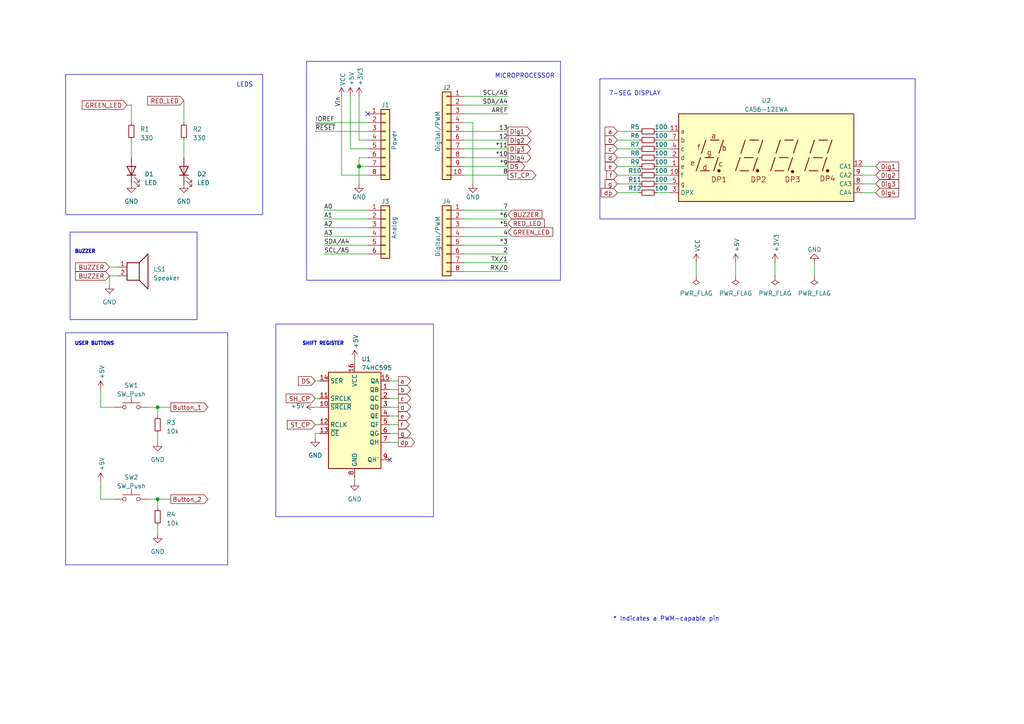
<source format=kicad_sch>
(kicad_sch (version 20230121) (generator eeschema)
  (paper "A4")
  (title_block (title "Kitchen Timer Uno Shield") (date "mar. 31 2023") (rev "1.0"))
  (lib_symbols
    (symbol "74xx:74HC595"
      (property "Reference" "U" (at -7.62 13.97 0))
      (property "Value" "74HC595" (at -7.62 -16.51 0))
      (symbol "74HC595_1_0"
        (pin tri_state line (at 10.16 7.62 180) (length 2.54) (name "QB") (number "1"))
        (pin input line (at -10.16 2.54 0) (length 2.54) (name "~{SRCLR}") (number "10"))
        (pin input line (at -10.16 5.08 0) (length 2.54) (name "SRCLK") (number "11"))
        (pin input line (at -10.16 -2.54 0) (length 2.54) (name "RCLK") (number "12"))
        (pin input line (at -10.16 -5.08 0) (length 2.54) (name "~{OE}") (number "13"))
        (pin input line (at -10.16 10.16 0) (length 2.54) (name "SER") (number "14"))
        (pin tri_state line (at 10.16 10.16 180) (length 2.54) (name "QA") (number "15"))
        (pin power_in line (at 0 15.24 270) (length 2.54) (name "VCC") (number "16"))
        (pin tri_state line (at 10.16 5.08 180) (length 2.54) (name "QC") (number "2"))
        (pin tri_state line (at 10.16 2.54 180) (length 2.54) (name "QD") (number "3"))
        (pin tri_state line (at 10.16 0 180) (length 2.54) (name "QE") (number "4"))
        (pin tri_state line (at 10.16 -2.54 180) (length 2.54) (name "QF") (number "5"))
        (pin tri_state line (at 10.16 -5.08 180) (length 2.54) (name "QG") (number "6"))
        (pin tri_state line (at 10.16 -7.62 180) (length 2.54) (name "QH") (number "7"))
        (pin power_in line (at 0 -17.78 90) (length 2.54) (name "GND") (number "8"))
        (pin output line (at 10.16 -12.7 180) (length 2.54) (name "QH'") (number "9"))
      )
      (symbol "74HC595_1_1"
        (rectangle (start -7.62 12.7) (end 7.62 -15.24) (stroke (width 0.254)) (fill (type background)))
      )
    )
    (symbol "Connector_Generic:Conn_01x06" (pin_names (offset 1.016) hide)
      (property "Reference" "J" (at 0 7.62 0))
      (property "Value" "Conn_01x06" (at 0 -10.16 0))
      (symbol "Conn_01x06_1_1"
        (rectangle (start -1.27 -7.493) (end 0 -7.747) (stroke (width 0.1524)))
        (rectangle (start -1.27 -4.953) (end 0 -5.207) (stroke (width 0.1524)))
        (rectangle (start -1.27 -2.413) (end 0 -2.667) (stroke (width 0.1524)))
        (rectangle (start -1.27 0.127) (end 0 -0.127) (stroke (width 0.1524)))
        (rectangle (start -1.27 2.667) (end 0 2.413) (stroke (width 0.1524)))
        (rectangle (start -1.27 5.207) (end 0 4.953) (stroke (width 0.1524)))
        (rectangle (start -1.27 6.35) (end 1.27 -8.89) (stroke (width 0.254)) (fill (type background)))
        (pin passive line (at -5.08 5.08 0) (length 3.81) (name "Pin_1") (number "1"))
        (pin passive line (at -5.08 2.54 0) (length 3.81) (name "Pin_2") (number "2"))
        (pin passive line (at -5.08 0 0) (length 3.81) (name "Pin_3") (number "3"))
        (pin passive line (at -5.08 -2.54 0) (length 3.81) (name "Pin_4") (number "4"))
        (pin passive line (at -5.08 -5.08 0) (length 3.81) (name "Pin_5") (number "5"))
        (pin passive line (at -5.08 -7.62 0) (length 3.81) (name "Pin_6") (number "6"))
      )
    )
    (symbol "Connector_Generic:Conn_01x08" (pin_names (offset 1.016) hide)
      (property "Reference" "J" (at 0 10.16 0))
      (property "Value" "Conn_01x08" (at 0 -12.7 0))
      (symbol "Conn_01x08_1_1"
        (rectangle (start -1.27 -10.033) (end 0 -10.287) (stroke (width 0.1524)))
        (rectangle (start -1.27 -7.493) (end 0 -7.747) (stroke (width 0.1524)))
        (rectangle (start -1.27 -4.953) (end 0 -5.207) (stroke (width 0.1524)))
        (rectangle (start -1.27 -2.413) (end 0 -2.667) (stroke (width 0.1524)))
        (rectangle (start -1.27 0.127) (end 0 -0.127) (stroke (width 0.1524)))
        (rectangle (start -1.27 2.667) (end 0 2.413) (stroke (width 0.1524)))
        (rectangle (start -1.27 5.207) (end 0 4.953) (stroke (width 0.1524)))
        (rectangle (start -1.27 7.747) (end 0 7.493) (stroke (width 0.1524)))
        (rectangle (start -1.27 8.89) (end 1.27 -11.43) (stroke (width 0.254)) (fill (type background)))
        (pin passive line (at -5.08 7.62 0) (length 3.81) (name "Pin_1") (number "1"))
        (pin passive line (at -5.08 5.08 0) (length 3.81) (name "Pin_2") (number "2"))
        (pin passive line (at -5.08 2.54 0) (length 3.81) (name "Pin_3") (number "3"))
        (pin passive line (at -5.08 0 0) (length 3.81) (name "Pin_4") (number "4"))
        (pin passive line (at -5.08 -2.54 0) (length 3.81) (name "Pin_5") (number "5"))
        (pin passive line (at -5.08 -5.08 0) (length 3.81) (name "Pin_6") (number "6"))
        (pin passive line (at -5.08 -7.62 0) (length 3.81) (name "Pin_7") (number "7"))
        (pin passive line (at -5.08 -10.16 0) (length 3.81) (name "Pin_8") (number "8"))
      )
    )
    (symbol "Connector_Generic:Conn_01x10" (pin_names (offset 1.016) hide)
      (property "Reference" "J" (at 0 12.7 0))
      (property "Value" "Conn_01x10" (at 0 -15.24 0))
      (symbol "Conn_01x10_1_1"
        (rectangle (start -1.27 -12.573) (end 0 -12.827) (stroke (width 0.1524)))
        (rectangle (start -1.27 -10.033) (end 0 -10.287) (stroke (width 0.1524)))
        (rectangle (start -1.27 -7.493) (end 0 -7.747) (stroke (width 0.1524)))
        (rectangle (start -1.27 -4.953) (end 0 -5.207) (stroke (width 0.1524)))
        (rectangle (start -1.27 -2.413) (end 0 -2.667) (stroke (width 0.1524)))
        (rectangle (start -1.27 0.127) (end 0 -0.127) (stroke (width 0.1524)))
        (rectangle (start -1.27 2.667) (end 0 2.413) (stroke (width 0.1524)))
        (rectangle (start -1.27 5.207) (end 0 4.953) (stroke (width 0.1524)))
        (rectangle (start -1.27 7.747) (end 0 7.493) (stroke (width 0.1524)))
        (rectangle (start -1.27 10.287) (end 0 10.033) (stroke (width 0.1524)))
        (rectangle (start -1.27 11.43) (end 1.27 -13.97) (stroke (width 0.254)) (fill (type background)))
        (pin passive line (at -5.08 10.16 0) (length 3.81) (name "Pin_1") (number "1"))
        (pin passive line (at -5.08 -12.7 0) (length 3.81) (name "Pin_10") (number "10"))
        (pin passive line (at -5.08 7.62 0) (length 3.81) (name "Pin_2") (number "2"))
        (pin passive line (at -5.08 5.08 0) (length 3.81) (name "Pin_3") (number "3"))
        (pin passive line (at -5.08 2.54 0) (length 3.81) (name "Pin_4") (number "4"))
        (pin passive line (at -5.08 0 0) (length 3.81) (name "Pin_5") (number "5"))
        (pin passive line (at -5.08 -2.54 0) (length 3.81) (name "Pin_6") (number "6"))
        (pin passive line (at -5.08 -5.08 0) (length 3.81) (name "Pin_7") (number "7"))
        (pin passive line (at -5.08 -7.62 0) (length 3.81) (name "Pin_8") (number "8"))
        (pin passive line (at -5.08 -10.16 0) (length 3.81) (name "Pin_9") (number "9"))
      )
    )
    (symbol "Device:LED" (pin_numbers hide) (pin_names (offset 1.016) hide)
      (property "Reference" "D" (at 0 2.54 0))
      (property "Value" "LED" (at 0 -2.54 0))
      (symbol "LED_0_1"
        (polyline (pts (xy -1.27 -1.27) (xy -1.27 1.27)) (stroke (width 0.254)))
        (polyline (pts (xy -1.27 0) (xy 1.27 0)))
        (polyline (pts (xy 1.27 -1.27) (xy 1.27 1.27) (xy -1.27 0) (xy 1.27 -1.27)) (stroke (width 0.254)))
        (polyline (pts (xy -3.048 -0.762) (xy -4.572 -2.286) (xy -3.81 -2.286) (xy -4.572 -2.286) (xy -4.572 -1.524)))
        (polyline (pts (xy -1.778 -0.762) (xy -3.302 -2.286) (xy -2.54 -2.286) (xy -3.302 -2.286) (xy -3.302 -1.524)))
      )
      (symbol "LED_1_1"
        (pin passive line (at -3.81 0 0) (length 2.54) (name "K") (number "1"))
        (pin passive line (at 3.81 0 180) (length 2.54) (name "A") (number "2"))
      )
    )
    (symbol "Device:R_Small" (pin_numbers hide) (pin_names (offset 0.254) hide)
      (property "Reference" "R" (at 0.762 0.508 0))
      (property "Value" "R_Small" (at 0.762 -1.016 0))
      (symbol "R_Small_0_1"
        (rectangle (start -0.762 1.778) (end 0.762 -1.778) (stroke (width 0.2032)))
      )
      (symbol "R_Small_1_1"
        (pin passive line (at 0 2.54 270) (length 0.762) (name "~") (number "1"))
        (pin passive line (at 0 -2.54 90) (length 0.762) (name "~") (number "2"))
      )
    )
    (symbol "Device:Speaker" (pin_names (offset 0) hide)
      (property "Reference" "LS" (at 1.27 5.715 0))
      (property "Value" "Speaker" (at 1.27 3.81 0))
      (symbol "Speaker_0_0"
        (rectangle (start -2.54 1.27) (end 1.016 -3.81) (stroke (width 0.254)))
        (polyline (pts (xy 1.016 1.27) (xy 3.556 3.81) (xy 3.556 -6.35) (xy 1.016 -3.81)) (stroke (width 0.254)))
      )
      (symbol "Speaker_1_1"
        (pin input line (at -5.08 0 0) (length 2.54) (name "1") (number "1"))
        (pin input line (at -5.08 -2.54 0) (length 2.54) (name "2") (number "2"))
      )
    )
    (symbol "Display_Character:CA56-12EWA"
      (property "Reference" "U" (at -24.13 13.97 0))
      (property "Value" "CA56-12EWA" (at 19.05 13.97 0))
      (symbol "CA56-12EWA_0_0"
        (rectangle (start -25.4 12.7) (end 25.4 -12.7) (stroke (width 0.254)) (fill (type background)))
        (polyline (pts (xy -20.32 -3.81) (xy -19.05 0)) (stroke (width 0.254)))
        (polyline (pts (xy -19.05 -3.81) (xy -16.51 -3.81)) (stroke (width 0.254)))
        (polyline (pts (xy -18.796 1.27) (xy -17.526 5.08)) (stroke (width 0.254)))
        (polyline (pts (xy -17.78 0) (xy -15.24 0)) (stroke (width 0.254)))
        (polyline (pts (xy -16.256 5.08) (xy -13.716 5.08)) (stroke (width 0.254)))
        (polyline (pts (xy -15.24 -3.81) (xy -13.97 0)) (stroke (width 0.254)))
        (polyline (pts (xy -13.716 1.27) (xy -12.446 5.08)) (stroke (width 0.254)))
        (polyline (pts (xy -8.89 -3.81) (xy -7.62 0)) (stroke (width 0.254)))
        (polyline (pts (xy -7.62 -3.81) (xy -5.08 -3.81)) (stroke (width 0.254)))
        (polyline (pts (xy -7.366 1.27) (xy -6.096 5.08)) (stroke (width 0.254)))
        (polyline (pts (xy -6.35 0) (xy -3.81 0)) (stroke (width 0.254)))
        (polyline (pts (xy -4.826 5.08) (xy -2.286 5.08)) (stroke (width 0.254)))
        (polyline (pts (xy -3.81 -3.81) (xy -2.54 0)) (stroke (width 0.254)))
        (polyline (pts (xy -2.286 1.27) (xy -1.016 5.08)) (stroke (width 0.254)))
        (polyline (pts (xy 1.27 -3.81) (xy 2.54 0)) (stroke (width 0.254)))
        (polyline (pts (xy 2.54 -3.81) (xy 5.08 -3.81)) (stroke (width 0.254)))
        (polyline (pts (xy 2.794 1.27) (xy 4.064 5.08)) (stroke (width 0.254)))
        (polyline (pts (xy 3.81 0) (xy 6.35 0)) (stroke (width 0.254)))
        (polyline (pts (xy 5.334 5.08) (xy 7.874 5.08)) (stroke (width 0.254)))
        (polyline (pts (xy 6.35 -3.81) (xy 7.62 0)) (stroke (width 0.254)))
        (polyline (pts (xy 7.874 1.27) (xy 9.144 5.08)) (stroke (width 0.254)))
        (polyline (pts (xy 11.176 -3.81) (xy 12.446 0)) (stroke (width 0.254)))
        (polyline (pts (xy 12.446 -3.81) (xy 14.986 -3.81)) (stroke (width 0.254)))
        (polyline (pts (xy 12.7 1.27) (xy 13.97 5.08)) (stroke (width 0.254)))
        (polyline (pts (xy 13.716 0) (xy 16.256 0)) (stroke (width 0.254)))
        (polyline (pts (xy 15.24 5.08) (xy 17.78 5.08)) (stroke (width 0.254)))
        (polyline (pts (xy 16.256 -3.81) (xy 17.526 0)) (stroke (width 0.254)))
        (polyline (pts (xy 17.78 1.27) (xy 19.05 5.08)) (stroke (width 0.254)))
        (text "a" (at -15.24 6.35 0) (effects (font (size 1.524 1.524))))
        (text "b" (at -12.192 2.794 0) (effects (font (size 1.524 1.524))))
        (text "c" (at -13.208 -1.778 0) (effects (font (size 1.524 1.524))))
        (text "d" (at -17.78 -2.794 0) (effects (font (size 1.524 1.524))))
        (text "DP1" (at -13.716 -6.35 0) (effects (font (size 1.524 1.524))))
        (text "DP2" (at -2.286 -6.35 0) (effects (font (size 1.524 1.524))))
        (text "DP3" (at 7.62 -6.35 0) (effects (font (size 1.524 1.524))))
        (text "DP4" (at 17.78 -6.096 0) (effects (font (size 1.524 1.524))))
        (text "e" (at -21.336 -1.524 0) (effects (font (size 1.524 1.524))))
        (text "f" (at -19.558 3.048 0) (effects (font (size 1.524 1.524))))
        (text "g" (at -16.51 1.524 0) (effects (font (size 1.524 1.524))))
      )
      (symbol "CA56-12EWA_0_1"
        (circle (center -13.716 -3.81) (radius 0.3556) (stroke (width 0.254)) (fill (type outline)))
        (circle (center -2.54 -3.81) (radius 0.3556) (stroke (width 0.254)) (fill (type outline)))
      )
      (symbol "CA56-12EWA_1_0"
        (circle (center 7.62 -4.064) (radius 0.3556) (stroke (width 0.254)) (fill (type outline)))
        (circle (center 17.78 -3.81) (radius 0.3556) (stroke (width 0.254)) (fill (type outline)))
      )
      (symbol "CA56-12EWA_1_1"
        (pin input line (at -27.94 -2.54 0) (length 2.54) (name "e") (number "1"))
        (pin input line (at -27.94 -5.08 0) (length 2.54) (name "f") (number "10"))
        (pin input line (at -27.94 7.62 0) (length 2.54) (name "a") (number "11"))
        (pin input line (at 27.94 -2.54 180) (length 2.54) (name "CA1") (number "12"))
        (pin input line (at -27.94 0 0) (length 2.54) (name "d") (number "2"))
        (pin input line (at -27.94 -10.16 0) (length 2.54) (name "DPX") (number "3"))
        (pin input line (at -27.94 2.54 0) (length 2.54) (name "c") (number "4"))
        (pin input line (at -27.94 -7.62 0) (length 2.54) (name "g") (number "5"))
        (pin input line (at 27.94 -10.16 180) (length 2.54) (name "CA4") (number "6"))
        (pin input line (at -27.94 5.08 0) (length 2.54) (name "b") (number "7"))
        (pin input line (at 27.94 -7.62 180) (length 2.54) (name "CA3") (number "8"))
        (pin input line (at 27.94 -5.08 180) (length 2.54) (name "CA2") (number "9"))
      )
    )
    (symbol "GND_1" (power) (pin_names (offset 0))
      (property "Value" "GND_1" (at 0 -3.81 0))
      (symbol "GND_1_0_1"
        (polyline (pts (xy 0 0) (xy 0 -1.27) (xy 1.27 -1.27) (xy 0 -2.54) (xy -1.27 -1.27) (xy 0 -1.27)))
      )
      (symbol "GND_1_1_1"
        (pin power_in line (at 0 0 270) (length 0) hide (name "GND") (number "1"))
      )
    )
    (symbol "GND_3" (power) (pin_names (offset 0))
      (property "Value" "GND_3" (at 0 -3.81 0))
      (symbol "GND_3_0_1"
        (polyline (pts (xy 0 0) (xy 0 -1.27) (xy 1.27 -1.27) (xy 0 -2.54) (xy -1.27 -1.27) (xy 0 -1.27)))
      )
      (symbol "GND_3_1_1"
        (pin power_in line (at 0 0 270) (length 0) hide (name "GND") (number "1"))
      )
    )
    (symbol "Switch:SW_Push" (pin_numbers hide) (pin_names (offset 1.016) hide)
      (property "Reference" "SW" (at 1.27 2.54 0))
      (property "Value" "SW_Push" (at 0 -1.524 0))
      (symbol "SW_Push_0_1"
        (circle (center -2.032 0) (radius 0.508))
        (polyline (pts (xy 0 1.27) (xy 0 3.048)))
        (polyline (pts (xy 2.54 1.27) (xy -2.54 1.27)))
        (circle (center 2.032 0) (radius 0.508))
        (pin passive line (at -5.08 0 0) (length 2.54) (name "1") (number "1"))
        (pin passive line (at 5.08 0 180) (length 2.54) (name "2") (number "2"))
      )
    )
    (symbol "power:+3V3" (power) (pin_names (offset 0))
      (property "Value" "+3V3" (at 0 3.556 0))
      (symbol "+3V3_0_1"
        (polyline (pts (xy -0.762 1.27) (xy 0 2.54)))
        (polyline (pts (xy 0 0) (xy 0 2.54)))
        (polyline (pts (xy 0 2.54) (xy 0.762 1.27)))
      )
      (symbol "+3V3_1_1"
        (pin power_in line (at 0 0 90) (length 0) hide (name "+3V3") (number "1"))
      )
    )
    (symbol "power:+5V" (power) (pin_names (offset 0))
      (property "Value" "+5V" (at 0 3.556 0))
      (symbol "+5V_0_1"
        (polyline (pts (xy -0.762 1.27) (xy 0 2.54)))
        (polyline (pts (xy 0 0) (xy 0 2.54)))
        (polyline (pts (xy 0 2.54) (xy 0.762 1.27)))
      )
      (symbol "+5V_1_1"
        (pin power_in line (at 0 0 90) (length 0) hide (name "+5V") (number "1"))
      )
    )
    (symbol "power:GND" (power) (pin_names (offset 0))
      (property "Value" "GND" (at 0 -3.81 0))
      (symbol "GND_0_1"
        (polyline (pts (xy 0 0) (xy 0 -1.27) (xy 1.27 -1.27) (xy 0 -2.54) (xy -1.27 -1.27) (xy 0 -1.27)))
      )
      (symbol "GND_1_1"
        (pin power_in line (at 0 0 270) (length 0) hide (name "GND") (number "1"))
      )
    )
    (symbol "power:PWR_FLAG" (power) (pin_numbers hide) (pin_names (offset 0) hide)
      (property "Value" "PWR_FLAG" (at 0 3.81 0))
      (symbol "PWR_FLAG_0_0"
        (pin power_out line (at 0 0 90) (length 0) (name "pwr") (number "1"))
      )
      (symbol "PWR_FLAG_0_1"
        (polyline (pts (xy 0 0) (xy 0 1.27) (xy -1.016 1.905) (xy 0 2.54) (xy 1.016 1.905) (xy 0 1.27)))
      )
    )
    (symbol "power:VCC" (power) (pin_names (offset 0))
      (property "Value" "VCC" (at 0 3.81 0))
      (symbol "VCC_0_1"
        (polyline (pts (xy -0.762 1.27) (xy 0 2.54)))
        (polyline (pts (xy 0 0) (xy 0 2.54)))
        (polyline (pts (xy 0 2.54) (xy 0.762 1.27)))
      )
      (symbol "VCC_1_1"
        (pin power_in line (at 0 0 90) (length 0) hide (name "VCC") (number "1"))
      )
    )
  )
  (junction (at 104.14 48.26) (diameter 1.016))
  (junction (at 45.72 144.78))
  (junction (at 45.72 118.11))
  (no_connect (at 113.03 133.35))
  (no_connect (at 106.68 33.02))
  (wire (pts (xy 134.62 78.74) (xy 147.32 78.74)))
  (wire (pts (xy 250.19 50.8) (xy 254 50.8)))
  (wire (pts (xy 134.62 45.72) (xy 147.32 45.72)))
  (wire (pts (xy 179.07 40.64) (xy 185.42 40.64)))
  (wire (pts (xy 250.19 48.26) (xy 254 48.26)))
  (wire (pts (xy 236.22 76.2) (xy 236.22 80.01)))
  (wire (pts (xy 36.83 30.48) (xy 38.1 30.48)))
  (wire (pts (xy 134.62 27.94) (xy 147.32 27.94)))
  (wire (pts (xy 213.36 76.2) (xy 213.36 80.01)))
  (wire (pts (xy 250.19 53.34) (xy 254 53.34)))
  (wire (pts (xy 104.14 45.72) (xy 104.14 48.26)))
  (wire (pts (xy 33.02 144.78) (xy 29.21 144.78)))
  (wire (pts (xy 93.98 73.66) (xy 106.68 73.66)))
  (wire (pts (xy 113.03 125.73) (xy 115.57 125.73)))
  (wire (pts (xy 190.5 45.72) (xy 194.31 45.72)))
  (wire (pts (xy 43.18 118.11) (xy 45.72 118.11)))
  (wire (pts (xy 104.14 48.26) (xy 104.14 53.34)))
  (wire (pts (xy 179.07 38.1) (xy 185.42 38.1)))
  (wire (pts (xy 91.44 115.57) (xy 92.71 115.57)))
  (wire (pts (xy 104.14 40.64) (xy 106.68 40.64)))
  (wire (pts (xy 113.03 115.57) (xy 115.57 115.57)))
  (wire (pts (xy 101.6 43.18) (xy 106.68 43.18)))
  (wire (pts (xy 224.79 76.2) (xy 224.79 80.01)))
  (wire (pts (xy 101.6 27.94) (xy 101.6 43.18)))
  (wire (pts (xy 113.03 110.49) (xy 115.57 110.49)))
  (wire (pts (xy 29.21 144.78) (xy 29.21 139.7)))
  (wire (pts (xy 190.5 53.34) (xy 194.31 53.34)))
  (wire (pts (xy 190.5 43.18) (xy 194.31 43.18)))
  (wire (pts (xy 134.62 38.1) (xy 147.32 38.1)))
  (wire (pts (xy 179.07 48.26) (xy 185.42 48.26)))
  (wire (pts (xy 104.14 27.94) (xy 104.14 40.64)))
  (wire (pts (xy 134.62 60.96) (xy 147.32 60.96)))
  (wire (pts (xy 92.71 125.73) (xy 91.44 125.73)))
  (wire (pts (xy 106.68 60.96) (xy 93.98 60.96)))
  (wire (pts (xy 190.5 55.88) (xy 194.31 55.88)))
  (wire (pts (xy 134.62 40.64) (xy 147.32 40.64)))
  (wire (pts (xy 34.29 80.01) (xy 31.75 80.01)))
  (wire (pts (xy 134.62 63.5) (xy 147.32 63.5)))
  (wire (pts (xy 113.03 123.19) (xy 115.57 123.19)))
  (wire (pts (xy 190.5 38.1) (xy 194.31 38.1)))
  (wire (pts (xy 179.07 43.18) (xy 185.42 43.18)))
  (wire (pts (xy 134.62 48.26) (xy 147.32 48.26)))
  (wire (pts (xy 113.03 113.03) (xy 115.57 113.03)))
  (wire (pts (xy 190.5 48.26) (xy 194.31 48.26)))
  (wire (pts (xy 91.44 125.73) (xy 91.44 127)))
  (wire (pts (xy 43.18 144.78) (xy 45.72 144.78)))
  (wire (pts (xy 134.62 68.58) (xy 147.32 68.58)))
  (wire (pts (xy 38.1 40.64) (xy 38.1 45.72)))
  (wire (pts (xy 33.02 118.11) (xy 29.21 118.11)))
  (wire (pts (xy 91.44 35.56) (xy 106.68 35.56)))
  (wire (pts (xy 102.87 138.43) (xy 102.87 139.7)))
  (wire (pts (xy 201.93 76.2) (xy 201.93 80.01)))
  (wire (pts (xy 45.72 144.78) (xy 45.72 147.32)))
  (wire (pts (xy 113.03 120.65) (xy 115.57 120.65)))
  (wire (pts (xy 31.75 77.47) (xy 34.29 77.47)))
  (wire (pts (xy 137.16 35.56) (xy 137.16 53.34)))
  (wire (pts (xy 91.44 110.49) (xy 92.71 110.49)))
  (wire (pts (xy 134.62 33.02) (xy 147.32 33.02)))
  (wire (pts (xy 113.03 118.11) (xy 115.57 118.11)))
  (wire (pts (xy 106.68 66.04) (xy 93.98 66.04)))
  (wire (pts (xy 91.44 38.1) (xy 106.68 38.1)))
  (wire (pts (xy 190.5 40.64) (xy 194.31 40.64)))
  (wire (pts (xy 113.03 128.27) (xy 115.57 128.27)))
  (wire (pts (xy 53.34 29.21) (xy 53.34 35.56)))
  (wire (pts (xy 29.21 118.11) (xy 29.21 113.03)))
  (wire (pts (xy 106.68 48.26) (xy 104.14 48.26)))
  (wire (pts (xy 190.5 50.8) (xy 194.31 50.8)))
  (wire (pts (xy 45.72 118.11) (xy 45.72 120.65)))
  (wire (pts (xy 106.68 50.8) (xy 99.06 50.8)))
  (wire (pts (xy 31.75 80.01) (xy 31.75 82.55)))
  (wire (pts (xy 93.98 63.5) (xy 106.68 63.5)))
  (wire (pts (xy 45.72 144.78) (xy 49.53 144.78)))
  (wire (pts (xy 179.07 45.72) (xy 185.42 45.72)))
  (wire (pts (xy 102.87 104.14) (xy 102.87 105.41)))
  (wire (pts (xy 53.34 40.64) (xy 53.34 45.72)))
  (wire (pts (xy 45.72 118.11) (xy 49.53 118.11)))
  (wire (pts (xy 134.62 35.56) (xy 137.16 35.56)))
  (wire (pts (xy 106.68 45.72) (xy 104.14 45.72)))
  (wire (pts (xy 91.44 123.19) (xy 92.71 123.19)))
  (wire (pts (xy 134.62 43.18) (xy 147.32 43.18)))
  (wire (pts (xy 45.72 125.73) (xy 45.72 128.27)))
  (wire (pts (xy 134.62 66.04) (xy 147.32 66.04)))
  (wire (pts (xy 179.07 50.8) (xy 185.42 50.8)))
  (wire (pts (xy 93.98 68.58) (xy 106.68 68.58)))
  (wire (pts (xy 38.1 30.48) (xy 38.1 35.56)))
  (wire (pts (xy 179.07 55.88) (xy 185.42 55.88)))
  (wire (pts (xy 91.44 118.11) (xy 92.71 118.11)))
  (wire (pts (xy 134.62 30.48) (xy 147.32 30.48)))
  (wire (pts (xy 250.19 55.88) (xy 254 55.88)))
  (wire (pts (xy 134.62 73.66) (xy 147.32 73.66)))
  (wire (pts (xy 134.62 71.12) (xy 147.32 71.12)))
  (wire (pts (xy 45.72 152.4) (xy 45.72 154.94)))
  (wire (pts (xy 134.62 76.2) (xy 147.32 76.2)))
  (wire (pts (xy 179.07 53.34) (xy 185.42 53.34)))
  (wire (pts (xy 99.06 50.8) (xy 99.06 27.94)))
  (wire (pts (xy 106.68 71.12) (xy 93.98 71.12)))
  (wire (pts (xy 134.62 50.8) (xy 147.32 50.8)))
  (rectangle (start 19.05 96.52) (end 66.04 163.83))
  (rectangle (start 20.32 67.31) (end 57.15 92.71))
  (rectangle (start 88.9 17.78) (end 162.56 81.28))
  (rectangle (start 19.05 21.59) (end 76.2 62.23))
  (rectangle (start 173.99 22.86) (end 265.43 63.5))
  (rectangle (start 80.01 93.98) (end 125.73 149.86))
  (text "MICROPROCESSOR\n" (at 143.51 22.86 0) (effects (font (size 1.27 1.27)) (justify left bottom)))
  (text "USER BUTTONS" (at 21.59 100.33 0) (effects (font (size 1 1) (thickness 0.254) bold) (justify left bottom)))
  (text "* Indicates a PWM-capable pin" (at 177.8 180.34 0) (effects (font (size 1.27 1.27)) (justify left bottom)))
  (text "7-SEG DISPLAY\n" (at 176.53 27.94 0) (effects (font (size 1.27 1.27)) (justify left bottom)))
  (text "BUZZER" (at 21.59 73.66 0) (effects (font (size 1 1) (thickness 0.254) bold) (justify left bottom)))
  (text "SHIFT REGISTER\n" (at 87.63 100.33 0) (effects (font (size 1 1) (thickness 0.254) bold) (justify left bottom)))
  (text "LEDS" (at 68.58 25.4 0) (effects (font (size 1.27 1.27)) (justify left bottom)))
  (label "RX{slash}0" (at 147.32 78.74 180))
  (label "A2" (at 93.98 66.04 0))
  (label "4" (at 147.32 68.58 180))
  (label "2" (at 147.32 73.66 180))
  (label "A3" (at 93.98 68.58 0))
  (label "13" (at 147.32 38.1 180))
  (label "12" (at 147.32 40.64 180))
  (label "~{RESET}" (at 91.44 38.1 0))
  (label "*10" (at 147.32 45.72 180))
  (label "7" (at 147.32 60.96 180))
  (label "SDA{slash}A4" (at 147.32 30.48 180))
  (label "8" (at 147.32 50.8 180))
  (label "*11" (at 147.32 43.18 180))
  (label "*3" (at 147.32 71.12 180))
  (label "A1" (at 93.98 63.5 0))
  (label "TX{slash}1" (at 147.32 76.2 180))
  (label "A0" (at 93.98 60.96 0))
  (label "AREF" (at 147.32 33.02 180))
  (label "Vin" (at 99.06 27.94 270))
  (label "*6" (at 147.32 63.5 180))
  (label "SCL{slash}A5" (at 147.32 27.94 180))
  (label "*9" (at 147.32 48.26 180))
  (label "*5" (at 147.32 66.04 180))
  (label "IOREF" (at 91.44 35.56 0))
  (label "SDA{slash}A4" (at 93.98 71.12 0))
  (label "SCL{slash}A5" (at 93.98 73.66 0))
  (global_label "RED_LED" (shape input) (at 53.34 29.21 180) (property "Intersheetrefs" "${INTERSHEET_REFS}" (effects hide)))
  (global_label "Dig4" (shape output) (at 147.32 45.72 0) (property "Intersheetrefs" "${INTERSHEET_REFS}" (effects hide)))
  (global_label "DS" (shape input) (at 91.44 110.49 180) (property "Intersheetrefs" "${INTERSHEET_REFS}" (effects hide)))
  (global_label "g" (shape output) (at 115.57 125.73 0) (property "Intersheetrefs" "${INTERSHEET_REFS}" (effects hide)))
  (global_label "Button_1" (shape output) (at 49.53 118.11 0) (property "Intersheetrefs" "${INTERSHEET_REFS}" (effects hide)))
  (global_label "SH_CP" (shape input) (at 91.44 115.57 180) (property "Intersheetrefs" "${INTERSHEET_REFS}" (effects hide)))
  (global_label "Dig3" (shape output) (at 147.32 43.18 0) (property "Intersheetrefs" "${INTERSHEET_REFS}" (effects hide)))
  (global_label "g" (shape input) (at 179.07 53.34 180) (property "Intersheetrefs" "${INTERSHEET_REFS}" (effects hide)))
  (global_label "e" (shape output) (at 115.57 120.65 0) (property "Intersheetrefs" "${INTERSHEET_REFS}" (effects hide)))
  (global_label "c" (shape output) (at 115.57 115.57 0) (property "Intersheetrefs" "${INTERSHEET_REFS}" (effects hide)))
  (global_label "e" (shape input) (at 179.07 48.26 180) (property "Intersheetrefs" "${INTERSHEET_REFS}" (effects hide)))
  (global_label "Dig2" (shape input) (at 254 50.8 0) (property "Intersheetrefs" "${INTERSHEET_REFS}" (effects hide)))
  (global_label "ST_CP" (shape input) (at 91.44 123.19 180) (property "Intersheetrefs" "${INTERSHEET_REFS}" (effects hide)))
  (global_label "Button_2" (shape output) (at 49.53 144.78 0) (property "Intersheetrefs" "${INTERSHEET_REFS}" (effects hide)))
  (global_label "dp" (shape output) (at 115.57 128.27 0) (property "Intersheetrefs" "${INTERSHEET_REFS}" (effects hide)))
  (global_label "dp" (shape input) (at 179.07 55.88 180) (property "Intersheetrefs" "${INTERSHEET_REFS}" (effects hide)))
  (global_label "BUZZER" (shape input) (at 31.75 77.47 180) (property "Intersheetrefs" "${INTERSHEET_REFS}" (effects hide)))
  (global_label "GREEN_LED" (shape input) (at 147.32 67.31 0) (property "Intersheetrefs" "${INTERSHEET_REFS}" (effects hide)))
  (global_label "Dig1" (shape input) (at 254 48.26 0) (property "Intersheetrefs" "${INTERSHEET_REFS}" (effects hide)))
  (global_label "DS" (shape output) (at 147.32 48.26 0) (property "Intersheetrefs" "${INTERSHEET_REFS}" (effects hide)))
  (global_label "Dig1" (shape output) (at 147.32 38.1 0) (property "Intersheetrefs" "${INTERSHEET_REFS}" (effects hide)))
  (global_label "d" (shape input) (at 179.07 45.72 180) (property "Intersheetrefs" "${INTERSHEET_REFS}" (effects hide)))
  (global_label "f" (shape output) (at 115.57 123.19 0) (property "Intersheetrefs" "${INTERSHEET_REFS}" (effects hide)))
  (global_label "f" (shape input) (at 179.07 50.8 180) (property "Intersheetrefs" "${INTERSHEET_REFS}" (effects hide)))
  (global_label "BUZZER" (shape input) (at 31.75 80.01 180) (property "Intersheetrefs" "${INTERSHEET_REFS}" (effects hide)))
  (global_label "Dig2" (shape output) (at 147.32 40.64 0) (property "Intersheetrefs" "${INTERSHEET_REFS}" (effects hide)))
  (global_label "c" (shape input) (at 179.07 43.18 180) (property "Intersheetrefs" "${INTERSHEET_REFS}" (effects hide)))
  (global_label "a" (shape input) (at 179.07 38.1 180) (property "Intersheetrefs" "${INTERSHEET_REFS}" (effects hide)))
  (global_label "ST_CP" (shape output) (at 147.32 50.8 0) (property "Intersheetrefs" "${INTERSHEET_REFS}" (effects hide)))
  (global_label "BUZZER" (shape input) (at 147.32 62.23 0) (property "Intersheetrefs" "${INTERSHEET_REFS}" (effects hide)))
  (global_label "RED_LED" (shape input) (at 147.32 64.77 0) (property "Intersheetrefs" "${INTERSHEET_REFS}" (effects hide)))
  (global_label "Dig3" (shape input) (at 254 53.34 0) (property "Intersheetrefs" "${INTERSHEET_REFS}" (effects hide)))
  (global_label "Dig4" (shape input) (at 254 55.88 0) (property "Intersheetrefs" "${INTERSHEET_REFS}" (effects hide)))
  (global_label "b" (shape input) (at 179.07 40.64 180) (property "Intersheetrefs" "${INTERSHEET_REFS}" (effects hide)))
  (global_label "GREEN_LED" (shape input) (at 36.83 30.48 180) (property "Intersheetrefs" "${INTERSHEET_REFS}" (effects hide)))
  (global_label "d" (shape output) (at 115.57 118.11 0) (property "Intersheetrefs" "${INTERSHEET_REFS}" (effects hide)))
  (global_label "b" (shape output) (at 115.57 113.03 0) (property "Intersheetrefs" "${INTERSHEET_REFS}" (effects hide)))
  (global_label "a" (shape output) (at 115.57 110.49 0) (property "Intersheetrefs" "${INTERSHEET_REFS}" (effects hide)))
  (symbol (lib_id "Connector_Generic:Conn_01x08") (at 111.76 40.64 0) (unit 1)
    (property "Reference" "J1" (at 111.76 30.48 0))
    (property "Value" "Power" (at 114.3 40.64 90))
    (property "Footprint" "Connector_PinSocket_2.54mm:PinSocket_1x08_P2.54mm_Vertical" (effects hide))
  )
  (symbol (lib_id "power:+3V3") (at 104.14 27.94 0) (unit 1)
    (property "Reference" "#PWR03" (effects hide))
    (property "Value" "+3.3V" (at 104.521 24.892 90) (effects (justify left)))
  )
  (symbol (lib_id "power:+5V") (at 101.6 27.94 0) (unit 1)
    (property "Reference" "#PWR02" (effects hide))
    (property "Value" "+5V" (at 101.9556 24.892 90) (effects (justify left)))
  )
  (symbol (lib_id "power:GND") (at 104.14 53.34 0) (unit 1)
    (property "Reference" "#PWR04" (effects hide))
    (property "Value" "GND" (at 104.14 57.15 0))
  )
  (symbol (lib_id "Connector_Generic:Conn_01x10") (at 129.54 38.1 0) (mirror y) (unit 1)
    (property "Reference" "J2" (at 129.54 25.4 0))
    (property "Value" "Digital/PWM" (at 127 38.1 90))
    (property "Footprint" "Connector_PinSocket_2.54mm:PinSocket_1x10_P2.54mm_Vertical" (effects hide))
  )
  (symbol (lib_id "power:GND") (at 137.16 53.34 0) (unit 1)
    (property "Reference" "#PWR05" (effects hide))
    (property "Value" "GND" (at 137.16 57.15 0))
  )
  (symbol (lib_id "Connector_Generic:Conn_01x06") (at 111.76 66.04 0) (unit 1)
    (property "Reference" "J3" (at 111.76 58.42 0))
    (property "Value" "Analog" (at 114.3 66.04 90))
    (property "Footprint" "Connector_PinSocket_2.54mm:PinSocket_1x06_P2.54mm_Vertical" (effects hide))
  )
  (symbol (lib_id "Connector_Generic:Conn_01x08") (at 129.54 68.58 0) (mirror y) (unit 1)
    (property "Reference" "J4" (at 129.54 58.42 0))
    (property "Value" "Digital/PWM" (at 127 68.58 90))
    (property "Footprint" "Connector_PinSocket_2.54mm:PinSocket_1x08_P2.54mm_Vertical" (effects hide))
  )
  (symbol (lib_name "GND_1") (lib_id "power:GND") (at 45.72 128.27 0) (unit 1)
    (property "Reference" "#PWR011" (effects hide))
    (property "Value" "GND" (at 45.72 133.35 0))
  )
  (symbol (lib_id "power:+5V") (at 29.21 113.03 0) (unit 1)
    (property "Reference" "#PWR09" (effects hide))
    (property "Value" "+5V" (at 29.5656 109.982 90) (effects (justify left)))
  )
  (symbol (lib_id "Device:R_Small") (at 187.96 38.1 90) (unit 1)
    (property "Reference" "R5" (at 184.15 36.83 90))
    (property "Value" "100" (at 191.77 36.83 90))
    (property "Footprint" "Resistor_THT:R_Axial_DIN0207_L6.3mm_D2.5mm_P10.16mm_Horizontal" (effects hide))
  )
  (symbol (lib_id "power:PWR_FLAG") (at 224.79 80.01 180) (unit 1)
    (property "Reference" "#FLG03" (effects hide))
    (property "Value" "PWR_FLAG" (at 224.79 85.09 0))
  )
  (symbol (lib_id "power:+5V") (at 213.36 76.2 0) (unit 1)
    (property "Reference" "#PWR018" (effects hide))
    (property "Value" "+5V" (at 213.7156 73.152 90) (effects (justify left)))
  )
  (symbol (lib_name "GND_1") (lib_id "power:GND") (at 236.22 76.2 180) (unit 1)
    (property "Reference" "#PWR020" (effects hide))
    (property "Value" "GND" (at 236.22 72.39 0))
  )
  (symbol (lib_name "GND_1") (lib_id "power:GND") (at 53.34 53.34 0) (unit 1)
    (property "Reference" "#PWR07" (effects hide))
    (property "Value" "GND" (at 53.34 58.42 0))
  )
  (symbol (lib_id "power:VCC") (at 201.93 76.2 0) (unit 1)
    (property "Reference" "#PWR017" (effects hide))
    (property "Value" "VCC" (at 202.311 73.152 90) (effects (justify left)))
  )
  (symbol (lib_id "Device:R_Small") (at 38.1 38.1 0) (unit 1)
    (property "Reference" "R1" (at 40.64 37.465 0) (effects (justify left)))
    (property "Value" "330" (at 40.64 40.005 0) (effects (justify left)))
    (property "Footprint" "Resistor_THT:R_Axial_DIN0207_L6.3mm_D2.5mm_P10.16mm_Horizontal" (effects hide))
  )
  (symbol (lib_id "power:+5V") (at 29.21 139.7 0) (unit 1)
    (property "Reference" "#PWR010" (effects hide))
    (property "Value" "+5V" (at 29.5656 136.652 90) (effects (justify left)))
  )
  (symbol (lib_id "power:+5V") (at 91.44 118.11 90) (unit 1)
    (property "Reference" "#PWR013" (effects hide))
    (property "Value" "+5V" (at 88.392 117.7544 90) (effects (justify left)))
  )
  (symbol (lib_id "Switch:SW_Push") (at 38.1 118.11 0) (unit 1)
    (property "Reference" "SW1" (at 38.1 111.76 0))
    (property "Value" "SW_Push" (at 38.1 114.3 0))
    (property "Footprint" "Button_Switch_THT:SW_PUSH-12mm" (effects hide))
  )
  (symbol (lib_id "power:VCC") (at 99.06 27.94 0) (unit 1)
    (property "Reference" "#PWR01" (effects hide))
    (property "Value" "VCC" (at 99.441 24.892 90) (effects (justify left)))
  )
  (symbol (lib_name "GND_1") (lib_id "power:GND") (at 38.1 53.34 0) (unit 1)
    (property "Reference" "#PWR06" (effects hide))
    (property "Value" "GND" (at 38.1 58.42 0))
  )
  (symbol (lib_id "Switch:SW_Push") (at 38.1 144.78 0) (unit 1)
    (property "Reference" "SW2" (at 38.1 138.43 0))
    (property "Value" "SW_Push" (at 38.1 140.97 0))
    (property "Footprint" "Button_Switch_THT:SW_PUSH-12mm" (effects hide))
  )
  (symbol (lib_name "GND_3") (lib_id "power:GND") (at 102.87 139.7 0) (unit 1)
    (property "Reference" "#PWR016" (effects hide))
    (property "Value" "GND" (at 102.87 144.78 0))
  )
  (symbol (lib_id "Device:R_Small") (at 53.34 38.1 0) (unit 1)
    (property "Reference" "R2" (at 55.88 37.465 0) (effects (justify left)))
    (property "Value" "330" (at 55.88 40.005 0) (effects (justify left)))
    (property "Footprint" "Resistor_THT:R_Axial_DIN0207_L6.3mm_D2.5mm_P10.16mm_Horizontal" (effects hide))
  )
  (symbol (lib_id "Device:R_Small") (at 187.96 53.34 90) (unit 1)
    (property "Reference" "R11" (at 184.15 52.07 90))
    (property "Value" "100" (at 191.77 52.07 90))
    (property "Footprint" "Resistor_THT:R_Axial_DIN0207_L6.3mm_D2.5mm_P10.16mm_Horizontal" (effects hide))
  )
  (symbol (lib_id "Device:R_Small") (at 187.96 40.64 90) (unit 1)
    (property "Reference" "R6" (at 184.15 39.37 90))
    (property "Value" "100" (at 191.77 39.37 90))
    (property "Footprint" "Resistor_THT:R_Axial_DIN0207_L6.3mm_D2.5mm_P10.16mm_Horizontal" (effects hide))
  )
  (symbol (lib_id "Device:R_Small") (at 187.96 43.18 90) (unit 1)
    (property "Reference" "R7" (at 184.15 41.91 90))
    (property "Value" "100" (at 191.77 41.91 90))
    (property "Footprint" "Resistor_THT:R_Axial_DIN0207_L6.3mm_D2.5mm_P10.16mm_Horizontal" (effects hide))
  )
  (symbol (lib_id "Device:LED") (at 38.1 49.53 90) (unit 1)
    (property "Reference" "D1" (at 41.91 50.4825 90) (effects (justify right)))
    (property "Value" "LED" (at 41.91 53.0225 90) (effects (justify right)))
    (property "Footprint" "LED_THT:LED_D5.0mm" (effects hide))
  )
  (symbol (lib_name "GND_1") (lib_id "power:GND") (at 45.72 154.94 0) (unit 1)
    (property "Reference" "#PWR012" (effects hide))
    (property "Value" "GND" (at 45.72 160.02 0))
  )
  (symbol (lib_id "power:PWR_FLAG") (at 201.93 80.01 180) (unit 1)
    (property "Reference" "#FLG01" (effects hide))
    (property "Value" "PWR_FLAG" (at 201.93 85.09 0))
  )
  (symbol (lib_id "Display_Character:CA56-12EWA") (at 222.25 45.72 0) (unit 1)
    (property "Reference" "U2" (at 222.25 29.21 0))
    (property "Value" "CA56-12EWA" (at 222.25 31.75 0))
    (property "Footprint" "Display_7Segment:CA56-12EWA" (effects hide))
  )
  (symbol (lib_id "power:PWR_FLAG") (at 213.36 80.01 180) (unit 1)
    (property "Reference" "#FLG02" (effects hide))
    (property "Value" "PWR_FLAG" (at 213.36 85.09 0))
  )
  (symbol (lib_name "GND_1") (lib_id "power:GND") (at 91.44 127 0) (unit 1)
    (property "Reference" "#PWR014" (effects hide))
    (property "Value" "GND" (at 91.44 132.08 0))
  )
  (symbol (lib_name "GND_1") (lib_id "power:GND") (at 31.75 82.55 0) (unit 1)
    (property "Reference" "#PWR08" (effects hide))
    (property "Value" "GND" (at 31.75 87.63 0))
  )
  (symbol (lib_id "Device:R_Small") (at 45.72 149.86 0) (unit 1)
    (property "Reference" "R4" (at 48.26 149.225 0) (effects (justify left)))
    (property "Value" "10k" (at 48.26 151.765 0) (effects (justify left)))
    (property "Footprint" "Resistor_THT:R_Axial_DIN0207_L6.3mm_D2.5mm_P10.16mm_Horizontal" (effects hide))
  )
  (symbol (lib_id "Device:R_Small") (at 187.96 50.8 90) (unit 1)
    (property "Reference" "R10" (at 184.15 49.53 90))
    (property "Value" "100" (at 191.77 49.53 90))
    (property "Footprint" "Resistor_THT:R_Axial_DIN0207_L6.3mm_D2.5mm_P10.16mm_Horizontal" (effects hide))
  )
  (symbol (lib_id "Device:R_Small") (at 187.96 55.88 90) (unit 1)
    (property "Reference" "R12" (at 184.15 54.61 90))
    (property "Value" "100" (at 191.77 54.61 90))
    (property "Footprint" "Resistor_THT:R_Axial_DIN0207_L6.3mm_D2.5mm_P10.16mm_Horizontal" (effects hide))
  )
  (symbol (lib_id "Device:R_Small") (at 187.96 45.72 90) (unit 1)
    (property "Reference" "R8" (at 184.15 44.45 90))
    (property "Value" "100" (at 191.77 44.45 90))
    (property "Footprint" "Resistor_THT:R_Axial_DIN0207_L6.3mm_D2.5mm_P10.16mm_Horizontal" (effects hide))
  )
  (symbol (lib_id "Device:Speaker") (at 39.37 77.47 0) (unit 1)
    (property "Reference" "LS1" (at 44.45 78.105 0) (effects (justify left)))
    (property "Value" "Speaker" (at 44.45 80.645 0) (effects (justify left)))
    (property "Footprint" "Buzzer_Beeper:Buzzer_12x9.5RM7.6" (effects hide))
    (property "Datasheet" "https://www.digikey.com/en/products/detail/cui-devices/CMI-1295IC-0585T/11674150?utm_adgroup=Alarms%2C%20Buzzers%2C%20and%20Sirens&utm_source=google&utm_medium=cpc&utm_campaign=Shopping_Product_Audio%20Products_NEW&utm_term=&utm_content=Alarms%2C%20Buzzers%2C%20and%20Sirens&gclid=CjwKCAjwzuqgBhAcEiwAdj5dRt8nz1IuytFLjx3uwWgVUeIhfTmZ3ysWix6dXCToN1KqcPwJXCrWqhoCtbEQAvD_BwE" (effects hide))
  )
  (symbol (lib_id "Device:LED") (at 53.34 49.53 90) (unit 1)
    (property "Reference" "D2" (at 57.15 50.4825 90) (effects (justify right)))
    (property "Value" "LED" (at 57.15 53.0225 90) (effects (justify right)))
    (property "Footprint" "LED_THT:LED_D5.0mm" (effects hide))
  )
  (symbol (lib_id "power:+5V") (at 102.87 104.14 0) (unit 1)
    (property "Reference" "#PWR015" (effects hide))
    (property "Value" "+5V" (at 103.2256 101.092 90) (effects (justify left)))
  )
  (symbol (lib_id "Device:R_Small") (at 187.96 48.26 90) (unit 1)
    (property "Reference" "R9" (at 184.15 46.99 90))
    (property "Value" "100" (at 191.77 46.99 90))
    (property "Footprint" "Resistor_THT:R_Axial_DIN0207_L6.3mm_D2.5mm_P10.16mm_Horizontal" (effects hide))
  )
  (symbol (lib_id "power:PWR_FLAG") (at 236.22 80.01 180) (unit 1)
    (property "Reference" "#FLG04" (effects hide))
    (property "Value" "PWR_FLAG" (at 236.22 85.09 0))
  )
  (symbol (lib_id "Device:R_Small") (at 45.72 123.19 0) (unit 1)
    (property "Reference" "R3" (at 48.26 122.555 0) (effects (justify left)))
    (property "Value" "10k" (at 48.26 125.095 0) (effects (justify left)))
    (property "Footprint" "Resistor_THT:R_Axial_DIN0207_L6.3mm_D2.5mm_P10.16mm_Horizontal" (effects hide))
  )
  (symbol (lib_id "power:+3V3") (at 224.79 76.2 0) (unit 1)
    (property "Reference" "#PWR019" (effects hide))
    (property "Value" "+3.3V" (at 225.171 73.152 90) (effects (justify left)))
  )
  (symbol (lib_id "74xx:74HC595") (at 102.87 120.65 0) (unit 1)
    (property "Reference" "U1" (at 104.8259 104.14 0) (effects (justify left)))
    (property "Value" "74HC595" (at 104.8259 106.68 0) (effects (justify left)))
    (property "Footprint" "Package_DIP:DIP-16_W7.62mm_Socket_LongPads" (effects hide))
    (property "Datasheet" "http://www.ti.com/lit/ds/symlink/sn74hc595.pdf" (effects hide))
  )
)
</source>
